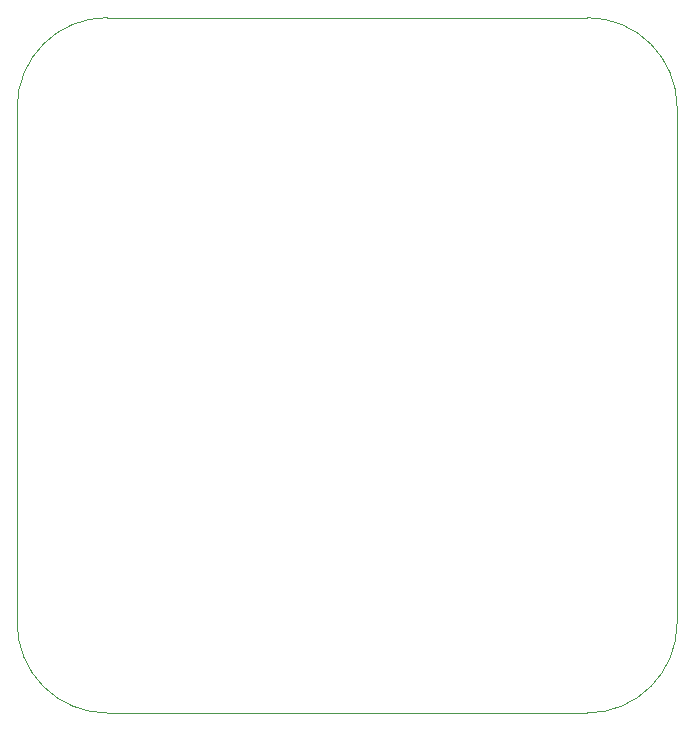
<source format=gbr>
%TF.GenerationSoftware,KiCad,Pcbnew,7.0.5*%
%TF.CreationDate,2025-04-14T03:26:47-04:00*%
%TF.ProjectId,okay_this_one_is_not_work,6f6b6179-5f74-4686-9973-5f6f6e655f69,rev?*%
%TF.SameCoordinates,Original*%
%TF.FileFunction,Profile,NP*%
%FSLAX46Y46*%
G04 Gerber Fmt 4.6, Leading zero omitted, Abs format (unit mm)*
G04 Created by KiCad (PCBNEW 7.0.5) date 2025-04-14 03:26:47*
%MOMM*%
%LPD*%
G01*
G04 APERTURE LIST*
%TA.AperFunction,Profile*%
%ADD10C,0.100000*%
%TD*%
G04 APERTURE END LIST*
D10*
X20320000Y-22860000D02*
X20320000Y-66498600D01*
X68580000Y-15240000D02*
X27940000Y-15240000D01*
X76200000Y-66498600D02*
X76200000Y-22860000D01*
X27940000Y-74118600D02*
X68580000Y-74118600D01*
X20320000Y-66498600D02*
G75*
G03*
X27940000Y-74118600I7619999J-1D01*
G01*
X68580000Y-74118600D02*
G75*
G03*
X76200000Y-66498600I0J7620000D01*
G01*
X76200000Y-22860000D02*
G75*
G03*
X68580000Y-15240000I-7620000J0D01*
G01*
X27940000Y-15240000D02*
G75*
G03*
X20320000Y-22860000I0J-7620000D01*
G01*
M02*

</source>
